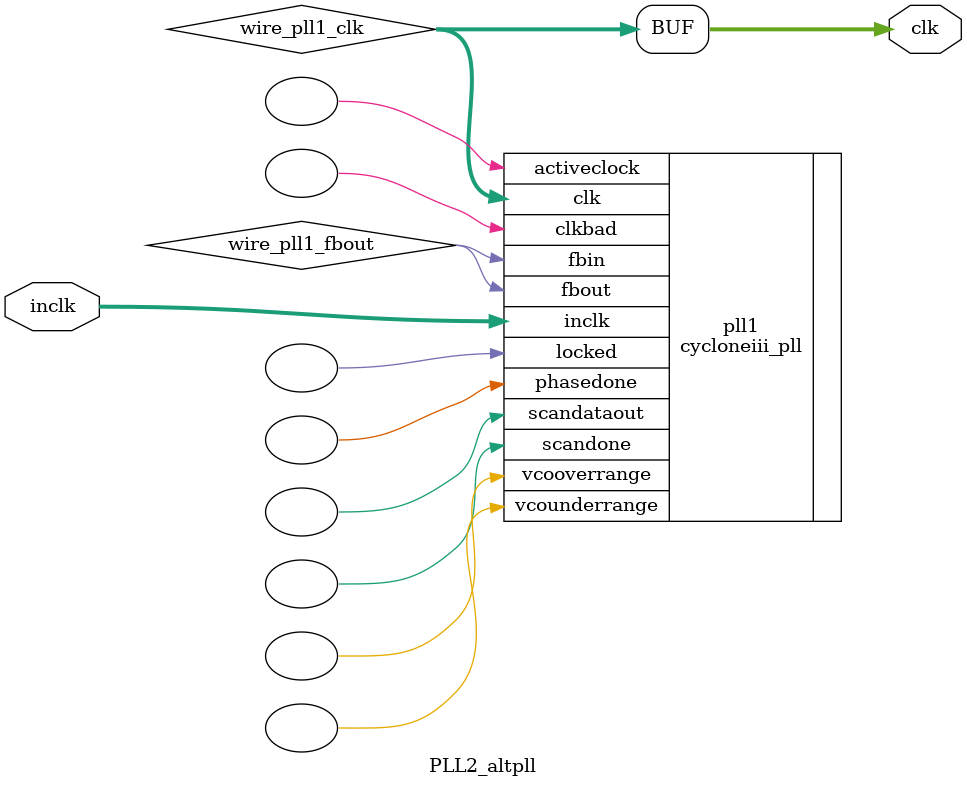
<source format=v>






//synthesis_resources = cycloneiii_pll 1 
//synopsys translate_off
`timescale 1 ps / 1 ps
//synopsys translate_on
module  PLL2_altpll
	( 
	clk,
	inclk) /* synthesis synthesis_clearbox=1 */;
	output   [4:0]  clk;
	input   [1:0]  inclk;
`ifndef ALTERA_RESERVED_QIS
// synopsys translate_off
`endif
	tri0   [1:0]  inclk;
`ifndef ALTERA_RESERVED_QIS
// synopsys translate_on
`endif

	wire  [4:0]   wire_pll1_clk;
	wire  wire_pll1_fbout;

	cycloneiii_pll   pll1
	( 
	.activeclock(),
	.clk(wire_pll1_clk),
	.clkbad(),
	.fbin(wire_pll1_fbout),
	.fbout(wire_pll1_fbout),
	.inclk(inclk),
	.locked(),
	.phasedone(),
	.scandataout(),
	.scandone(),
	.vcooverrange(),
	.vcounderrange()
	`ifndef FORMAL_VERIFICATION
	// synopsys translate_off
	`endif
	,
	.areset(1'b0),
	.clkswitch(1'b0),
	.configupdate(1'b0),
	.pfdena(1'b1),
	.phasecounterselect({3{1'b0}}),
	.phasestep(1'b0),
	.phaseupdown(1'b0),
	.scanclk(1'b0),
	.scanclkena(1'b1),
	.scandata(1'b0)
	`ifndef FORMAL_VERIFICATION
	// synopsys translate_on
	`endif
	);
	defparam
		pll1.bandwidth_type = "auto",
		pll1.clk0_divide_by = 5,
		pll1.clk0_duty_cycle = 50,
		pll1.clk0_multiply_by = 1,
		pll1.clk0_phase_shift = "0",
		pll1.compensate_clock = "clk0",
		pll1.inclk0_input_frequency = 50000,
		pll1.operation_mode = "normal",
		pll1.pll_type = "auto",
		pll1.lpm_type = "cycloneiii_pll";
	assign
		clk = {wire_pll1_clk[4:0]};
endmodule //PLL2_altpll
//VALID FILE

</source>
